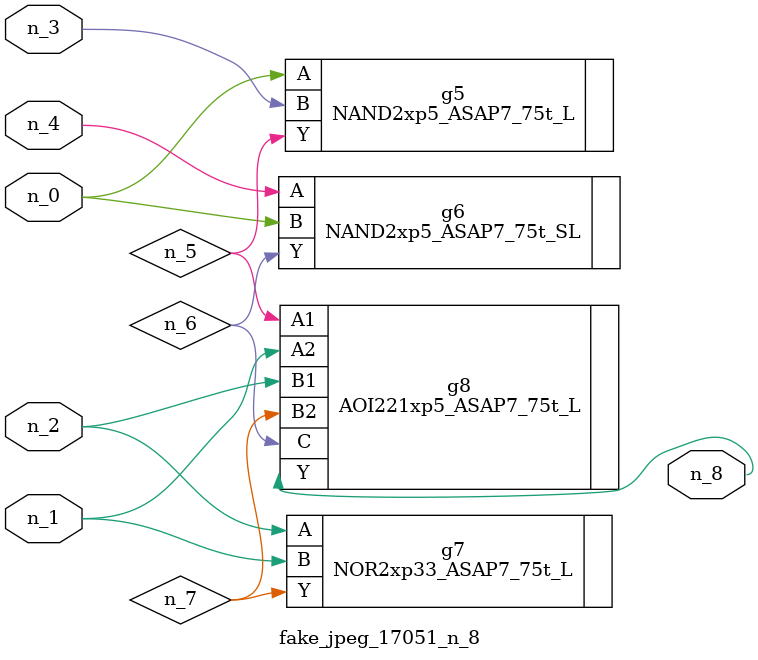
<source format=v>
module fake_jpeg_17051_n_8 (n_3, n_2, n_1, n_0, n_4, n_8);

input n_3;
input n_2;
input n_1;
input n_0;
input n_4;

output n_8;

wire n_6;
wire n_5;
wire n_7;

NAND2xp5_ASAP7_75t_L g5 ( 
.A(n_0),
.B(n_3),
.Y(n_5)
);

NAND2xp5_ASAP7_75t_SL g6 ( 
.A(n_4),
.B(n_0),
.Y(n_6)
);

NOR2xp33_ASAP7_75t_L g7 ( 
.A(n_2),
.B(n_1),
.Y(n_7)
);

AOI221xp5_ASAP7_75t_L g8 ( 
.A1(n_5),
.A2(n_1),
.B1(n_2),
.B2(n_7),
.C(n_6),
.Y(n_8)
);


endmodule
</source>
